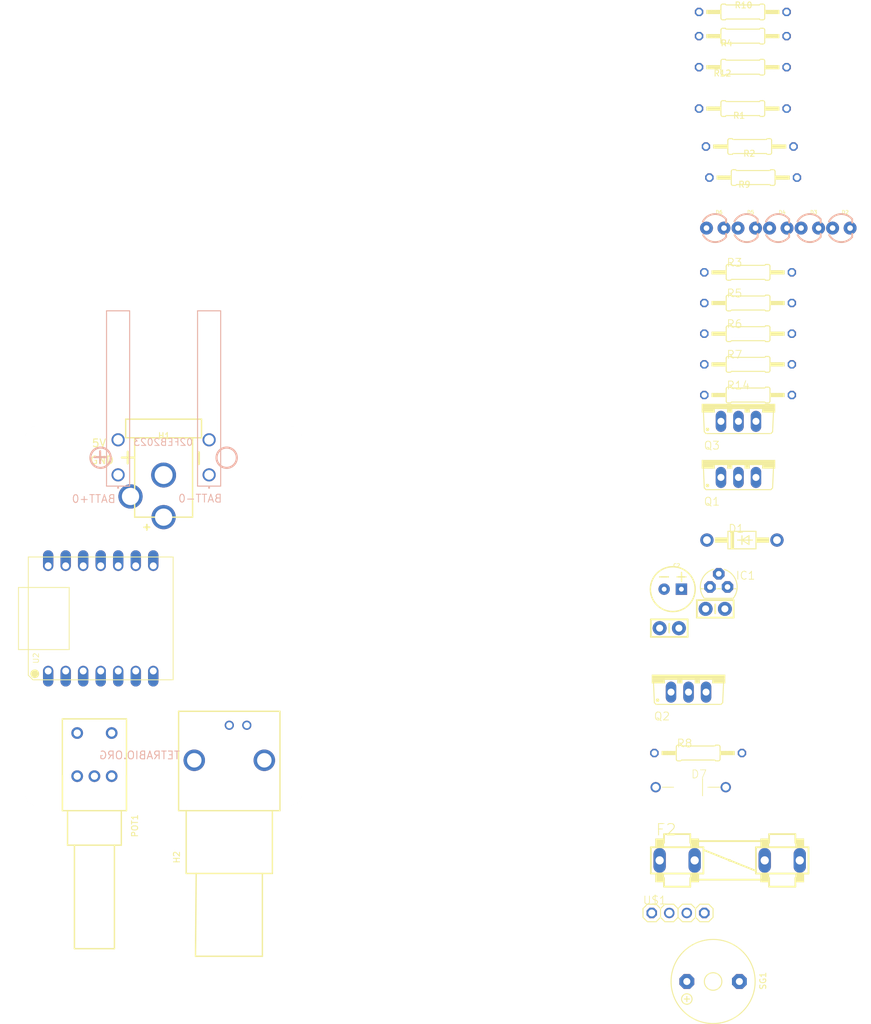
<source format=kicad_pcb>
(kicad_pcb (version 20221018) (generator pcbnew)
  (layers (0 "F.Cu" signal) (31 "B.Cu" signal) (34 "B.Paste" user) (35 "F.Paste" user) (36 "B.SilkS" user "B.Silkscreen") (37 "F.SilkS" user "F.Silkscreen") (38 "B.Mask" user) (39 "F.Mask" user) (44 "Edge.Cuts" user))
  (net 0 "")
  (net 1 "GND")
  (net 2 "+5V")
  (net 3 "+12V")
  (net 4 "FAN-GND")
  (net 5 "FAN-PWM")
  (net 6 "POT-ADC")
  (net 7 "12V-SWITCHED")
  (net 8 "FETGATE")
  (net 9 "GND-SWITCH")
  (net 10 "ADC-BAT")
  (net 11 "LED1")
  (net 12 "LED2")
  (net 13 "LED4")
  (net 14 "LED5-R")
  (net 15 "LED3")
  (net 16 "FETGATE1")
  (net 17 "BUZZER")
  (net 18 "BUZZER-GND")
  (net 19 "12V-IN")
  (net 20 "SDA")
  (net 21 "SCL")
  (net 22 "+3V3")
  (net 23 "N$1")
  (net 24 "N$2")
  (net 25 "N$3")
  (net 26 "N$4")
  (net 27 "12V-IN-GATE")
  (net 28 "12V-IN-FUSED")
  (footprint "Papra TH v1.0:CAP-PTH-SMALL-KIT" (layer "F.Cu") (at 217.3325 111.794)
    (fp_text reference "C3" hide)
    (fp_text value "0.33uF" hide)
    (pad "1" thru_hole circle (at -1.397 0) (size 2.032 2.032) (drill 1.016) (layers "*.Cu") (net 7 "12V-SWITCHED"))
    (pad "2" thru_hole circle (at 1.397 0) (size 2.032 2.032) (drill 1.016) (layers "*.Cu") (net 1 "GND"))
  )
  (footprint "Papra TH v1.0:0207_12" (layer "F.Cu") (at 228 26)
    (fp_text reference "R4" (at -3.302 1.016) (layer "F.SilkS") (effects (font (size 0.87884 0.87884) (thickness 0.13716)) (justify left)))
    (fp_text value "120R")
    (pad "1" thru_hole roundrect (at -6.35 0) (size 1.2192 1.2192) (drill 0.8128) (layers "*.Cu" "*.Mask") (chamfer_ratio 0.2928932188) (chamfer top_left top_right bottom_left bottom_right) (net 1 "GND"))
    (pad "2" thru_hole roundrect (at 6.35 0) (size 1.2192 1.2192) (drill 0.8128) (layers "*.Cu" "*.Mask") (chamfer_ratio 0.2928932188) (chamfer top_left top_right bottom_left bottom_right) (net 24 "N$2"))
  )
  (footprint "Papra TH v1.0:LED_3MM" (layer "F.Cu") (at 233.144 53.8185)
    (fp_text reference "D4" (at 0 -2.286) (layer "F.SilkS") (effects (font (size 0.512064 0.512064) (thickness 0.097536)) (justify left)))
    (fp_text value "RED/3MM")
    (pad "A" thru_hole circle (at -1.27 0) (size 1.8796 1.8796) (drill 0.8128) (layers "*.Cu" "*.Mask") (net 12 "LED2"))
    (pad "K" thru_hole circle (at 1.27 0) (size 1.8796 1.8796) (drill 0.8128) (layers "*.Cu" "*.Mask") (net 23 "N$1"))
  )
  (footprint "Papra TH v1.0:LED_3MM" (layer "F.Cu") (at 224 53.8185)
    (fp_text reference "D6" (at 0 -2.286) (layer "F.SilkS") (effects (font (size 0.512064 0.512064) (thickness 0.097536)) (justify left)))
    (fp_text value "RED/3MM")
    (pad "A" thru_hole circle (at -1.27 0) (size 1.8796 1.8796) (drill 0.8128) (layers "*.Cu" "*.Mask") (net 13 "LED4"))
    (pad "K" thru_hole circle (at 1.27 0) (size 1.8796 1.8796) (drill 0.8128) (layers "*.Cu" "*.Mask") (net 26 "N$4"))
  )
  (footprint "Papra TH v1.0:LED_3MM" (layer "F.Cu") (at 242.288 53.8185)
    (fp_text reference "D2" (at 0 -2.286) (layer "F.SilkS") (effects (font (size 0.512064 0.512064) (thickness 0.097536)) (justify left)))
    (fp_text value "BLUE/3MM")
    (pad "A" thru_hole circle (at -1.27 0) (size 1.8796 1.8796) (drill 0.8128) (layers "*.Cu" "*.Mask") (net 7 "12V-SWITCHED"))
    (pad "K" thru_hole circle (at 1.27 0) (size 1.8796 1.8796) (drill 0.8128) (layers "*.Cu" "*.Mask") (net 14 "LED5-R"))
  )
  (footprint "" (layer "F.Cu") (at 162.5 103)
    (fp_text reference "@HOLE2" hide)
    (fp_text value "" (at 0 0) (layer "F.SilkS") (effects (font (size 1.27 1.27))))
    (pad "" np_thru_hole circle (at 0 0) (size 1.05 1.05) (drill 1.05) (layers "*.Cu" "*.Mask"))
  )
  (footprint "Papra TH v1.0:FH_5X20" (layer "F.Cu") (at 226.0955 145.449)
    (fp_text reference "F2" (at -10.795 -4.445) (layer "F.SilkS") (effects (font (size 1.647139 1.647139) (thickness 0.130861)) (justify left)))
    (fp_text value "KEYSTONE 4628")
    (pad "1A" thru_hole oval (at -10.16 0 90) (size 3.5814 1.7907) (drill 1.1938) (layers "*.Cu" "*.Mask") (net 19 "12V-IN"))
    (pad "1B" thru_hole oval (at -5.08 0 90) (size 3.5814 1.7907) (drill 1.1938) (layers "*.Cu" "*.Mask") (net 19 "12V-IN"))
    (pad "2A" thru_hole oval (at 10.16 0 90) (size 3.5814 1.7907) (drill 1.1938) (layers "*.Cu" "*.Mask") (net 28 "12V-IN-FUSED"))
    (pad "2B" thru_hole oval (at 5.08 0 90) (size 3.5814 1.7907) (drill 1.1938) (layers "*.Cu" "*.Mask") (net 28 "12V-IN-FUSED"))
  )
  (footprint "Papra TH v1.0:01X4" (layer "F.Cu") (at 218.6025 153.069)
    (fp_text reference "U$1" (at -5.1562 -1.8288) (layer "F.SilkS") (effects (font (size 1.1557 1.1557) (thickness 0.1143)) (justify left)))
    (fp_text value "4X1")
    (pad "1" thru_hole roundrect (at -3.81 0 90) (size 1.524 1.524) (drill 1.016) (layers "*.Cu" "*.Mask") (chamfer_ratio 0.2928932188) (chamfer top_left top_right bottom_left bottom_right) (net 20 "SDA"))
    (pad "2" thru_hole circle (at -1.27 0 90) (size 1.524 1.524) (drill 1.016) (layers "*.Cu" "*.Mask") (net 21 "SCL"))
    (pad "3" thru_hole circle (at 1.27 0 90) (size 1.524 1.524) (drill 1.016) (layers "*.Cu" "*.Mask") (net 22 "+3V3"))
    (pad "4" thru_hole roundrect (at 3.81 0 90) (size 1.524 1.524) (drill 1.016) (layers "*.Cu" "*.Mask") (chamfer_ratio 0.2928932188) (chamfer top_left top_right bottom_left bottom_right) (net 1 "GND"))
  )
  (footprint "" (layer "F.Cu") (at 125.499999 136)
    (fp_text reference "@HOLE0" hide)
    (fp_text value "" (at -5.0011 -0.0036) (layer "F.SilkS") (effects (font (size 1.27 1.27))))
    (pad "" np_thru_hole circle (at 0 0) (size 1.05 1.05) (drill 1.05) (layers "*.Cu" "*.Mask"))
  )
  (footprint "Papra TH v1.0:0207_12" (layer "F.Cu") (at 228.7625 60.232)
    (fp_text reference "R3" (at -3.175 -1.397) (layer "F.SilkS") (effects (font (size 1.1557 1.1557) (thickness 0.1143)) (justify left)))
    (fp_text value "120R")
    (pad "1" thru_hole roundrect (at -6.35 0) (size 1.2192 1.2192) (drill 0.8128) (layers "*.Cu" "*.Mask") (chamfer_ratio 0.2928932188) (chamfer top_left top_right bottom_left bottom_right) (net 1 "GND"))
    (pad "2" thru_hole roundrect (at 6.35 0) (size 1.2192 1.2192) (drill 0.8128) (layers "*.Cu" "*.Mask") (chamfer_ratio 0.2928932188) (chamfer top_left top_right bottom_left bottom_right) (net 23 "N$1"))
  )
  (footprint "Papra TH v1.0:0207_12" (layer "F.Cu") (at 228.7625 64.677)
    (fp_text reference "R5" (at -3.175 -1.397) (layer "F.SilkS") (effects (font (size 1.1557 1.1557) (thickness 0.1143)) (justify left)))
    (fp_text value "120R")
    (pad "1" thru_hole roundrect (at -6.35 0) (size 1.2192 1.2192) (drill 0.8128) (layers "*.Cu" "*.Mask") (chamfer_ratio 0.2928932188) (chamfer top_left top_right bottom_left bottom_right) (net 1 "GND"))
    (pad "2" thru_hole roundrect (at 6.35 0) (size 1.2192 1.2192) (drill 0.8128) (layers "*.Cu" "*.Mask") (chamfer_ratio 0.2928932188) (chamfer top_left top_right bottom_left bottom_right) (net 25 "N$3"))
  )
  (footprint "Papra TH v1.0:TE-BNC" (layer "F.Cu") (at 153.5261 138.2446 -90)
    (fp_text reference "H2" (at 7.714 7.620001 90) (layer "F.SilkS") (effects (font (size 0.875792 0.875792) (thickness 0.140208)) (justify left)))
    (fp_text value "TE-BNC")
    (pad "P$1" thru_hole circle (at -7.3 -5.08 270) (size 3.116 3.116) (drill 2.1) (layers "*.Cu" "*.Mask"))
    (pad "P$2" thru_hole circle (at -7.3 5.08 270) (size 3.116 3.116) (drill 2.1) (layers "*.Cu" "*.Mask"))
    (pad "SHIELD" thru_hole circle (at -12.38 -2.54 270) (size 1.335 1.335) (drill 0.89) (layers "*.Cu" "*.Mask") (net 4 "FAN-GND"))
    (pad "SIGNAL" thru_hole circle (at -12.38 0 270) (size 1.335 1.335) (drill 0.89) (layers "*.Cu" "*.Mask") (net 3 "+12V"))
  )
  (footprint "Papra TH v1.0:F_TMB" (layer "F.Cu") (at 223.69 163 180)
    (fp_text reference "SG1" (at -7.239 -1.27 90) (layer "F.SilkS") (effects (font (size 0.87884 0.87884) (thickness 0.13716)) (justify left)))
    (fp_text value "YS-MBZ12095DYB12 C409840")
    (pad "+" thru_hole roundrect (at 3.81 0 180) (size 2.159 2.159) (drill 1.016) (layers "*.Cu" "*.Mask") (chamfer_ratio 0.2928932188) (chamfer top_left top_right bottom_left bottom_right) (net 3 "+12V"))
    (pad "-" thru_hole roundrect (at -3.81 0 180) (size 2.159 2.159) (drill 1.016) (layers "*.Cu" "*.Mask") (chamfer_ratio 0.2928932188) (chamfer top_left top_right bottom_left bottom_right) (net 18 "BUZZER-GND"))
  )
  (footprint "Papra TH v1.0:TO92" (layer "F.Cu") (at 224.508 105.825)
    (fp_text reference "IC1" (at 2.413 -1.651) (layer "F.SilkS") (effects (font (size 1.1557 1.1557) (thickness 0.1143)) (justify left)))
    (fp_text value "78L05Z")
    (pad "1" thru_hole roundrect (at -1.27 0) (size 1.6764 1.6764) (drill 0.8128) (layers "*.Cu" "*.Mask") (chamfer_ratio 0.2928932188) (chamfer top_left top_right bottom_left bottom_right) (net 2 "+5V"))
    (pad "2" thru_hole roundrect (at 0 -1.905) (size 1.6764 1.6764) (drill 0.8128) (layers "*.Cu" "*.Mask") (chamfer_ratio 0.2928932188) (chamfer top_left top_right bottom_left bottom_right) (net 1 "GND"))
    (pad "3" thru_hole roundrect (at 1.27 0) (size 1.6764 1.6764) (drill 0.8128) (layers "*.Cu" "*.Mask") (chamfer_ratio 0.2928932188) (chamfer top_left top_right bottom_left bottom_right) (net 7 "12V-SWITCHED"))
  )
  (footprint "Papra TH v1.0:TO220BV" (layer "F.Cu") (at 227.3655 79.282)
    (fp_text reference "Q3" (at -5.08 6.0452) (layer "F.SilkS") (effects (font (size 1.1557 1.1557) (thickness 0.1143)) (justify left)))
    (fp_text value "NMOSFET")
    (pad "D" thru_hole oval (at 0 2.54 90) (size 3.048 1.524) (drill 1.016) (layers "*.Cu" "*.Mask") (net 4 "FAN-GND"))
    (pad "G" thru_hole oval (at -2.54 2.54 90) (size 3.048 1.524) (drill 1.016) (layers "*.Cu" "*.Mask") (net 8 "FETGATE"))
    (pad "S" thru_hole oval (at 2.54 2.54 90) (size 3.048 1.524) (drill 1.016) (layers "*.Cu" "*.Mask") (net 1 "GND"))
  )
  (footprint "Papra TH v1.0:0207_12" (layer "F.Cu") (at 228.7625 73.567)
    (fp_text reference "R7" (at -3.175 -1.397) (layer "F.SilkS") (effects (font (size 1.1557 1.1557) (thickness 0.1143)) (justify left)))
    (fp_text value "120R")
    (pad "1" thru_hole roundrect (at -6.35 0) (size 1.2192 1.2192) (drill 0.8128) (layers "*.Cu" "*.Mask") (chamfer_ratio 0.2928932188) (chamfer top_left top_right bottom_left bottom_right) (net 8 "FETGATE"))
    (pad "2" thru_hole roundrect (at 6.35 0) (size 1.2192 1.2192) (drill 0.8128) (layers "*.Cu" "*.Mask") (chamfer_ratio 0.2928932188) (chamfer top_left top_right bottom_left bottom_right) (net 5 "FAN-PWM"))
  )
  (footprint "Papra TH v1.0:0207_12" (layer "F.Cu") (at 228.7625 78.012)
    (fp_text reference "R14" (at -3.175 -1.397) (layer "F.SilkS") (effects (font (size 1.1557 1.1557) (thickness 0.1143)) (justify left)))
    (fp_text value "120R")
    (pad "1" thru_hole roundrect (at -6.35 0) (size 1.2192 1.2192) (drill 0.8128) (layers "*.Cu" "*.Mask") (chamfer_ratio 0.2928932188) (chamfer top_left top_right bottom_left bottom_right) (net 16 "FETGATE1"))
    (pad "2" thru_hole roundrect (at 6.35 0) (size 1.2192 1.2192) (drill 0.8128) (layers "*.Cu" "*.Mask") (chamfer_ratio 0.2928932188) (chamfer top_left top_right bottom_left bottom_right) (net 17 "BUZZER"))
  )
  (footprint "Papra TH v1.0:LED_3MM" (layer "F.Cu") (at 228.572 53.8185)
    (fp_text reference "D5" (at 0 -2.286) (layer "F.SilkS") (effects (font (size 0.512064 0.512064) (thickness 0.097536)) (justify left)))
    (fp_text value "RED/3MM")
    (pad "A" thru_hole circle (at -1.27 0) (size 1.8796 1.8796) (drill 0.8128) (layers "*.Cu" "*.Mask") (net 15 "LED3"))
    (pad "K" thru_hole circle (at 1.27 0) (size 1.8796 1.8796) (drill 0.8128) (layers "*.Cu" "*.Mask") (net 25 "N$3"))
  )
  (footprint "Papra TH v1.0:DIODE-AXIAL" (layer "F.Cu") (at 220.444 134.8445)
    (fp_text reference "D7" (at 0 -1.885) (layer "F.SilkS") (effects (font (size 1.176528 1.176528) (thickness 0.093472)) (justify left)))
    (fp_text value "1N5240B")
    (pad "1" thru_hole circle (at -5.08 0) (size 1.5 1.5) (drill 1) (layers "*.Cu" "*.Mask") (net 27 "12V-IN-GATE"))
    (pad "2" thru_hole circle (at 5.08 0) (size 1.5 1.5) (drill 1) (layers "*.Cu" "*.Mask") (net 3 "+12V"))
  )
  (footprint "Papra TH v1.0:0207_12" (layer "F.Cu") (at 229 42 180)
    (fp_text reference "R2" (at -0.889 -1.016) (layer "F.SilkS") (effects (font (size 0.87884 0.87884) (thickness 0.13716)) (justify right)))
    (fp_text value "18K")
    (pad "1" thru_hole roundrect (at -6.35 0 180) (size 1.2192 1.2192) (drill 0.8128) (layers "*.Cu" "*.Mask") (chamfer_ratio 0.2928932188) (chamfer top_left top_right bottom_left bottom_right) (net 10 "ADC-BAT"))
    (pad "2" thru_hole roundrect (at 6.35 0 180) (size 1.2192 1.2192) (drill 0.8128) (layers "*.Cu" "*.Mask") (chamfer_ratio 0.2928932188) (chamfer top_left top_right bottom_left bottom_right) (net 3 "+12V"))
  )
  (footprint "Papra TH v1.0:P091S-FC20BR" (layer "F.Cu") (at 133.9681 138.2446 -90)
    (fp_text reference "POT1" (at 3.9292 -5.858999 90) (layer "F.SilkS") (effects (font (size 0.875792 0.875792) (thickness 0.140208)) (justify left)))
    (fp_text value "P091S-FC20BR")
    (pad "1" thru_hole circle (at -5 2.5 270) (size 1.7 1.7) (drill 1.05) (layers "*.Cu" "*.Mask") (net 1 "GND"))
    (pad "2" thru_hole circle (at -5 0 270) (size 1.7 1.7) (drill 1.05) (layers "*.Cu" "*.Mask") (net 6 "POT-ADC"))
    (pad "3" thru_hole circle (at -5 -2.5 270) (size 1.7 1.7) (drill 1.05) (layers "*.Cu" "*.Mask") (net 22 "+3V3"))
    (pad "COM" thru_hole circle (at -11.25 2.5 270) (size 1.7 1.7) (drill 1.05) (layers "*.Cu" "*.Mask") (net 7 "12V-SWITCHED"))
    (pad "NO" thru_hole circle (at -11.25 -2.5 270) (size 1.7 1.7) (drill 1.05) (layers "*.Cu" "*.Mask") (net 3 "+12V"))
  )
  (footprint "Papra TH v1.0:TO220BV" (layer "F.Cu") (at 220.1265 118.525)
    (fp_text reference "Q2" (at -5.08 6.0452) (layer "F.SilkS") (effects (font (size 1.1557 1.1557) (thickness 0.1143)) (justify left)))
    (fp_text value "FQP27P06")
    (pad "D" thru_hole oval (at 0 2.54 90) (size 3.048 1.524) (drill 1.016) (layers "*.Cu" "*.Mask") (net 28 "12V-IN-FUSED"))
    (pad "G" thru_hole oval (at -2.54 2.54 90) (size 3.048 1.524) (drill 1.016) (layers "*.Cu" "*.Mask") (net 27 "12V-IN-GATE"))
    (pad "S" thru_hole oval (at 2.54 2.54 90) (size 3.048 1.524) (drill 1.016) (layers "*.Cu" "*.Mask") (net 3 "+12V"))
  )
  (footprint "Papra TH v1.0:0207_12" (layer "F.Cu") (at 228 36.5 180)
    (fp_text reference "R1" (at -0.413 -1.012) (layer "F.SilkS") (effects (font (size 0.87884 0.87884) (thickness 0.13716)) (justify right)))
    (fp_text value "10K")
    (pad "1" thru_hole roundrect (at -6.35 0 180) (size 1.2192 1.2192) (drill 0.8128) (layers "*.Cu" "*.Mask") (chamfer_ratio 0.2928932188) (chamfer top_left top_right bottom_left bottom_right) (net 1 "GND"))
    (pad "2" thru_hole roundrect (at 6.35 0 180) (size 1.2192 1.2192) (drill 0.8128) (layers "*.Cu" "*.Mask") (chamfer_ratio 0.2928932188) (chamfer top_left top_right bottom_left bottom_right) (net 10 "ADC-BAT"))
  )
  (footprint "Papra TH v1.0:CPOL-RADIAL-2.5MM-6.5MM" (layer "F.Cu") (at 217.8405 106.1425)
    (fp_text reference "C2" (at 0 -3.429) (layer "F.SilkS") (effects (font (size 0.512064 0.512064) (thickness 0.097536)) (justify left)))
    (fp_text value "100uF")
    (pad "1" thru_hole rect (at 1.25 0) (size 1.651 1.651) (drill 0.7) (layers "*.Cu" "*.Mask") (net 3 "+12V"))
    (pad "2" thru_hole circle (at -1.25 0) (size 1.651 1.651) (drill 0.7) (layers "*.Cu" "*.Mask") (net 1 "GND"))
  )
  (footprint "Papra TH v1.0:TO220BV" (layer "F.Cu") (at 227.3655 87.41)
    (fp_text reference "Q1" (at -5.08 6.0452) (layer "F.SilkS") (effects (font (size 1.1557 1.1557) (thickness 0.1143)) (justify left)))
    (fp_text value "NMOSFET")
    (pad "D" thru_hole oval (at 0 2.54 90) (size 3.048 1.524) (drill 1.016) (layers "*.Cu" "*.Mask") (net 18 "BUZZER-GND"))
    (pad "G" thru_hole oval (at -2.54 2.54 90) (size 3.048 1.524) (drill 1.016) (layers "*.Cu" "*.Mask") (net 16 "FETGATE1"))
    (pad "S" thru_hole oval (at 2.54 2.54 90) (size 3.048 1.524) (drill 1.016) (layers "*.Cu" "*.Mask") (net 1 "GND"))
  )
  (footprint "Papra TH v1.0:LED_3MM" (layer "F.Cu") (at 237.716 53.8185)
    (fp_text reference "D3" (at 0 -2.286) (layer "F.SilkS") (effects (font (size 0.512064 0.512064) (thickness 0.097536)) (justify left)))
    (fp_text value "RED/3MM")
    (pad "A" thru_hole circle (at -1.27 0) (size 1.8796 1.8796) (drill 0.8128) (layers "*.Cu" "*.Mask") (net 11 "LED1"))
    (pad "K" thru_hole circle (at 1.27 0) (size 1.8796 1.8796) (drill 0.8128) (layers "*.Cu" "*.Mask") (net 24 "N$2"))
  )
  (footprint "Papra TH v1.0:0207_12" (layer "F.Cu") (at 228 30.5)
    (fp_text reference "R12" (at -4.318 0.889) (layer "F.SilkS") (effects (font (size 0.87884 0.87884) (thickness 0.13716)) (justify left)))
    (fp_text value "10K")
    (pad "1" thru_hole roundrect (at -6.35 0) (size 1.2192 1.2192) (drill 0.8128) (layers "*.Cu" "*.Mask") (chamfer_ratio 0.2928932188) (chamfer top_left top_right bottom_left bottom_right) (net 1 "GND"))
    (pad "2" thru_hole roundrect (at 6.35 0) (size 1.2192 1.2192) (drill 0.8128) (layers "*.Cu" "*.Mask") (chamfer_ratio 0.2928932188) (chamfer top_left top_right bottom_left bottom_right) (net 17 "BUZZER"))
  )
  (footprint "Papra TH v1.0:0207_12" (layer "F.Cu") (at 229.5 46.5)
    (fp_text reference "R9" (at -0.325 1.002) (layer "F.SilkS") (effects (font (size 0.87884 0.87884) (thickness 0.13716)) (justify right)))
    (fp_text value "10K")
    (pad "1" thru_hole roundrect (at -6.35 0) (size 1.2192 1.2192) (drill 0.8128) (layers "*.Cu" "*.Mask") (chamfer_ratio 0.2928932188) (chamfer top_left top_right bottom_left bottom_right) (net 1 "GND"))
    (pad "2" thru_hole roundrect (at 6.35 0) (size 1.2192 1.2192) (drill 0.8128) (layers "*.Cu" "*.Mask") (chamfer_ratio 0.2928932188) (chamfer top_left top_right bottom_left bottom_right) (net 5 "FAN-PWM"))
  )
  (footprint "Papra TH v1.0:0207_12" (layer "F.Cu") (at 228 22.5)
    (fp_text reference "R10" (at -1.263 -0.98) (layer "F.SilkS") (effects (font (size 0.87884 0.87884) (thickness 0.13716)) (justify left)))
    (fp_text value "1K2")
    (pad "1" thru_hole roundrect (at -6.35 0) (size 1.2192 1.2192) (drill 0.8128) (layers "*.Cu" "*.Mask") (chamfer_ratio 0.2928932188) (chamfer top_left top_right bottom_left bottom_right) (net 14 "LED5-R"))
    (pad "2" thru_hole roundrect (at 6.35 0) (size 1.2192 1.2192) (drill 0.8128) (layers "*.Cu" "*.Mask") (chamfer_ratio 0.2928932188) (chamfer top_left top_right bottom_left bottom_right) (net 1 "GND"))
  )
  (footprint "Papra TH v1.0:MODULE14P-TH+PAD" (layer "F.Cu") (at 134.88 110.38 90)
    (fp_text reference "U2" (at -6.62 -9.38 90) (layer "F.SilkS") (effects (font (size 0.795122 0.795122) (thickness 0.093878)) (justify left)))
    (fp_text value "QT Py ESP32-S3")
    (pad "P$1" thru_hole oval (at -7.62 -7.62 270) (size 3 1.5) (drill 1 (offset 0.75 0)) (layers "*.Cu" "*.Mask") (net 6 "POT-ADC"))
    (pad "P$2" thru_hole oval (at -7.62 -5.08 270) (size 3 1.5) (drill 1 (offset 0.75 0)) (layers "*.Cu" "*.Mask") (net 10 "ADC-BAT"))
    (pad "P$3" thru_hole oval (at -7.62 -2.54 270) (size 3 1.5) (drill 1 (offset 0.75 0)) (layers "*.Cu" "*.Mask") (net 11 "LED1"))
    (pad "P$4" thru_hole oval (at -7.62 0 270) (size 3 1.5) (drill 1 (offset 0.75 0)) (layers "*.Cu" "*.Mask") (net 12 "LED2"))
    (pad "P$5" thru_hole oval (at -7.62 2.54 270) (size 3 1.5) (drill 1 (offset 0.75 0)) (layers "*.Cu" "*.Mask") (net 20 "SDA"))
    (pad "P$6" thru_hole oval (at -7.62 5.08 270) (size 3 1.5) (drill 1 (offset 0.75 0)) (layers "*.Cu" "*.Mask") (net 21 "SCL"))
    (pad "P$7" thru_hole oval (at -7.62 7.62 270) (size 3 1.5) (drill 1 (offset 0.75 0)) (layers "*.Cu" "*.Mask"))
    (pad "P$8" thru_hole oval (at 7.62 7.62 90) (size 3 1.5) (drill 1 (offset 0.75 0)) (layers "*.Cu" "*.Mask") (net 15 "LED3"))
    (pad "P$9" thru_hole oval (at 7.62 5.08 90) (size 3 1.5) (drill 1 (offset 0.75 0)) (layers "*.Cu" "*.Mask") (net 13 "LED4"))
    (pad "P$10" thru_hole oval (at 7.62 2.54 90) (size 3 1.5) (drill 1 (offset 0.75 0)) (layers "*.Cu" "*.Mask") (net 5 "FAN-PWM"))
    (pad "P$11" thru_hole oval (at 7.62 0 90) (size 3 1.5) (drill 1 (offset 0.75 0)) (layers "*.Cu" "*.Mask") (net 17 "BUZZER"))
    (pad "P$12" thru_hole oval (at 7.62 -2.54 90) (size 3 1.5) (drill 1 (offset 0.75 0)) (layers "*.Cu" "*.Mask") (net 22 "+3V3"))
    (pad "P$13" thru_hole oval (at 7.62 -5.08 90) (size 3 1.5) (drill 1 (offset 0.75 0)) (layers "*.Cu" "*.Mask") (net 1 "GND"))
    (pad "P$14" thru_hole oval (at 7.62 -7.62 90) (size 3 1.5) (drill 1 (offset 0.75 0)) (layers "*.Cu" "*.Mask") (net 2 "+5V"))
  )
  (footprint "Papra TH v1.0:CAP-PTH-SMALL-KIT" (layer "F.Cu") (at 224 109)
    (fp_text reference "C1" hide)
    (fp_text value "0.1uF" hide)
    (pad "1" thru_hole circle (at -1.397 0) (size 2.032 2.032) (drill 1.016) (layers "*.Cu") (net 2 "+5V"))
    (pad "2" thru_hole circle (at 1.397 0) (size 2.032 2.032) (drill 1.016) (layers "*.Cu") (net 1 "GND"))
  )
  (footprint "Papra TH v1.0:DO41-10" (layer "F.Cu") (at 227.8735 99.0305)
    (fp_text reference "D1" (at -2.032 -1.651) (layer "F.SilkS") (effects (font (size 1.1557 1.1557) (thickness 0.1143)) (justify left)))
    (fp_text value "1N4004")
    (pad "A" thru_hole circle (at 5.08 0) (size 1.9304 1.9304) (drill 1.1176) (layers "*.Cu" "*.Mask") (net 4 "FAN-GND"))
    (pad "C" thru_hole circle (at -5.08 0) (size 1.9304 1.9304) (drill 1.1176) (layers "*.Cu" "*.Mask") (net 3 "+12V"))
  )
  (footprint "Papra TH v1.0:0207_12" (layer "F.Cu") (at 221.5235 129.8915)
    (fp_text reference "R8" (at -3.175 -1.397) (layer "F.SilkS") (effects (font (size 1.1557 1.1557) (thickness 0.1143)) (justify left)))
    (fp_text value "100K")
    (pad "1" thru_hole roundrect (at -6.35 0) (size 1.2192 1.2192) (drill 0.8128) (layers "*.Cu" "*.Mask") (chamfer_ratio 0.2928932188) (chamfer top_left top_right bottom_left bottom_right) (net 27 "12V-IN-GATE"))
    (pad "2" thru_hole roundrect (at 6.35 0) (size 1.2192 1.2192) (drill 0.8128) (layers "*.Cu" "*.Mask") (chamfer_ratio 0.2928932188) (chamfer top_left top_right bottom_left bottom_right) (net 1 "GND"))
  )
  (footprint "Papra TH v1.0:DCJACK-PJ-066A" (layer "F.Cu") (at 144.0011 81.5086 180)
    (fp_text reference "H1" (at 0.896 -2.418) (layer "F.SilkS") (effects (font (size 0.875792 0.875792) (thickness 0.140208)) (justify left)))
    (fp_text value "M-CUI-PJ-066A")
    (pad "GND" thru_hole circle (at 0 -8.1 180) (size 3.616 3.616) (drill 2.6) (layers "*.Cu" "*.Mask") (net 1 "GND"))
    (pad "GNDBREAK" thru_hole circle (at 4.8 -11.2 270) (size 3.516 3.516) (drill 2.5) (layers "*.Cu" "*.Mask") (net 9 "GND-SWITCH"))
    (pad "PWR" thru_hole circle (at 0 -14.2 180) (size 3.516 3.516) (drill 2.5) (layers "*.Cu" "*.Mask") (net 19 "12V-IN"))
  )
  (footprint "" (layer "F.Cu") (at 125.5 84)
    (fp_text reference "@HOLE1" hide)
    (fp_text value "" (at 0 0) (layer "F.SilkS") (effects (font (size 1.27 1.27))))
    (pad "" np_thru_hole circle (at 0 0) (size 1.05 1.05) (drill 1.05) (layers "*.Cu" "*.Mask"))
  )
  (footprint "Papra TH v1.0:0207_12" (layer "F.Cu") (at 228.7625 69.122)
    (fp_text reference "R6" (at -3.175 -1.397) (layer "F.SilkS") (effects (font (size 1.1557 1.1557) (thickness 0.1143)) (justify left)))
    (fp_text value "120R")
    (pad "1" thru_hole roundrect (at -6.35 0) (size 1.2192 1.2192) (drill 0.8128) (layers "*.Cu" "*.Mask") (chamfer_ratio 0.2928932188) (chamfer top_left top_right bottom_left bottom_right) (net 1 "GND"))
    (pad "2" thru_hole roundrect (at 6.35 0) (size 1.2192 1.2192) (drill 0.8128) (layers "*.Cu" "*.Mask") (chamfer_ratio 0.2928932188) (chamfer top_left top_right bottom_left bottom_right) (net 26 "N$4"))
  )
  (footprint "Papra TH v1.0:TE63952-1" (layer "B.Cu") (at 150.6011 87.0436 90)
    (fp_text reference "BATT-0" (at -5.9625 1.9576 180) (layer "B.SilkS") (effects (font (size 1.138682 1.138682) (thickness 0.131318)) (justify left mirror)))
    (fp_text value "TE63952-1" hide)
    (pad "1" thru_hole circle (at -2.54 0 90) (size 1.905 1.905) (drill 1.397) (layers "*.Cu" "*.Mask") (net 9 "GND-SWITCH"))
    (pad "2" thru_hole circle (at 2.54 0 270) (size 1.905 1.905) (drill 1.397) (layers "*.Cu" "*.Mask") (net 9 "GND-SWITCH"))
  )
  (footprint "Papra TH v1.0:TE63952-1" (layer "B.Cu") (at 137.4011 87.0436 90)
    (fp_text reference "BATT+0" (at -6.018 -0.2729 180) (layer "B.SilkS") (effects (font (size 1.138682 1.138682) (thickness 0.131318)) (justify left mirror)))
    (fp_text value "TE63952-1" hide)
    (pad "1" thru_hole circle (at -2.54 0 90) (size 1.905 1.905) (drill 1.397) (layers "*.Cu" "*.Mask") (net 19 "12V-IN"))
    (pad "2" thru_hole circle (at 2.54 0 270) (size 1.905 1.905) (drill 1.397) (layers "*.Cu" "*.Mask") (net 19 "12V-IN"))
  )
  (gr_circle (center 134.8571 87.0966) (end 136.329968 87.0966) (stroke (width 0.3048)) (fill none) (layer "B.SilkS"))
  (gr_circle (center 153.1451 87.0966) (end 154.617968 87.0966) (stroke (width 0.3048)) (fill none) (layer "B.SilkS"))
  (gr_line (start 141.1861 97.1716) (end 141.9481 97.1716) (stroke (width 0.254)) (layer "F.SilkS"))
  (gr_line (start 141.5671 96.7906) (end 141.5671 97.5526) (stroke (width 0.254)) (layer "F.SilkS"))
  (gr_arc (start 124 84) (mid 124.43934 82.93934) (end 125.5 82.5) (stroke (width 0.001)) (layer "Edge.Cuts"))
  (gr_line (start 163.999999 136) (end 164 84) (stroke (width 0.001)) (layer "Edge.Cuts"))
  (gr_line (start 124 84) (end 124 136.000001) (stroke (width 0.001)) (layer "Edge.Cuts"))
  (gr_arc (start 125.5 137.5) (mid 124.43934 137.060661) (end 124 136.000001) (stroke (width 0.001)) (layer "Edge.Cuts"))
  (gr_line (start 125.5 137.5) (end 162.499999 137.5) (stroke (width 0.001)) (layer "Edge.Cuts"))
  (gr_arc (start 162.5 82.5) (mid 163.560661 82.939339) (end 164 84) (stroke (width 0.001)) (layer "Edge.Cuts"))
  (gr_arc (start 163.999999 136) (mid 163.56066 137.060661) (end 162.499999 137.5) (stroke (width 0.001)) (layer "Edge.Cuts"))
  (gr_line (start 162.5 82.5) (end 125.5 82.5) (stroke (width 0.001)) (layer "Edge.Cuts"))
  (gr_text "TETRABIO.ORG" (at 146.454099 130.8786) (layer "B.SilkS") (effects (font (size 1.1303 1.1303) (thickness 0.1397)) (justify left bottom mirror)))
  (gr_text "02FEB2023" (at 148.3318 85.4456) (layer "B.SilkS") (effects (font (size 1.01727 1.01727) (thickness 0.12573)) (justify left bottom mirror)))
  (gr_text "+" (at 134.7936 86.8426) (layer "B.SilkS") (effects (font (size 2.2352 2.2352) (thickness 0.3048)) (justify mirror)))
  (gr_text "-" (at 148.9541 87.1601 90) (layer "F.SilkS") (effects (font (size 2.2352 2.2352) (thickness 0.3048))))
  (gr_text "5V" (at 133.5236 85.6361) (layer "F.SilkS") (effects (font (size 1.1176 1.1176) (thickness 0.1524)) (justify left bottom)))
  (gr_text "+" (at 138.7941 86.9061) (layer "F.SilkS") (effects (font (size 2.2352 2.2352) (thickness 0.3048))))
  (gr_text "GND" (at 133.2696 88.1126) (layer "F.SilkS") (effects (font (size 1.1176 1.1176) (thickness 0.1524)) (justify left bottom)))
)
</source>
